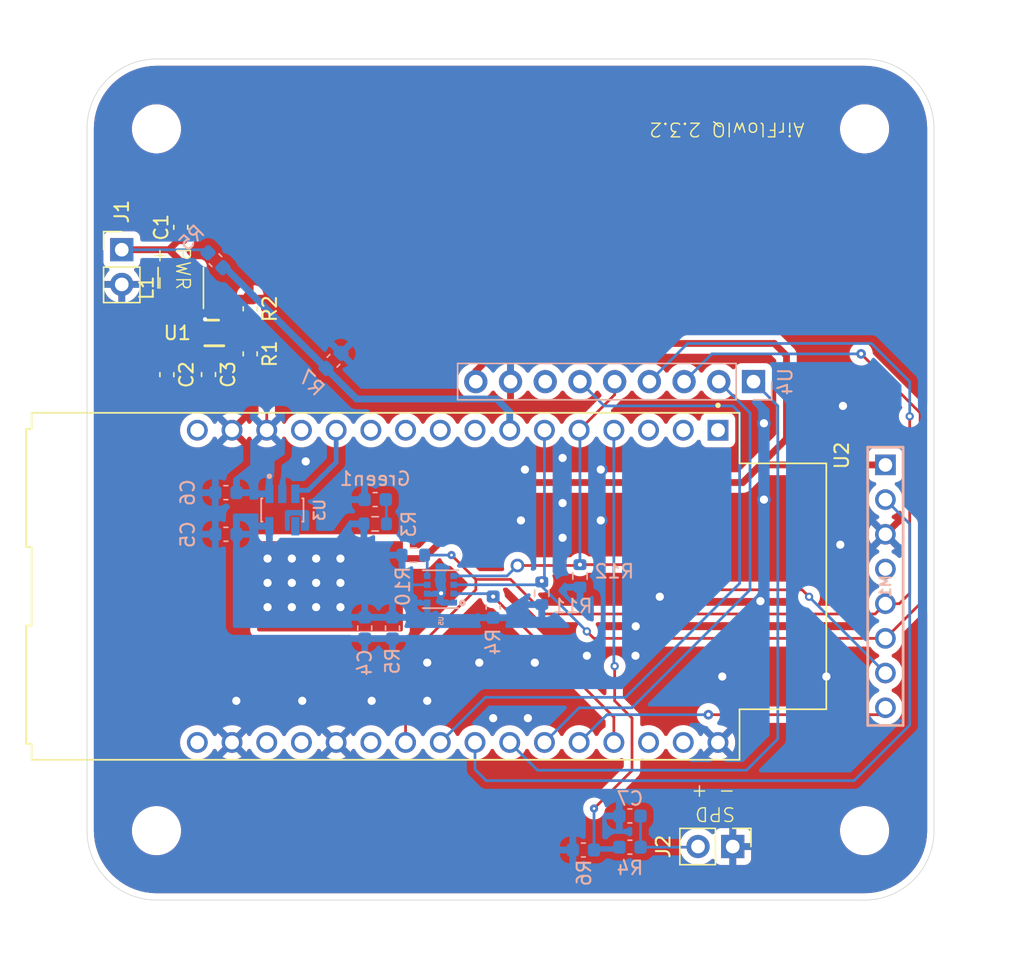
<source format=kicad_pcb>
(kicad_pcb (version 20241229) (generator "pcbnew") (generator_version "9.0")
  (layers (0 "F.Cu" signal) (2 "B.Cu" signal) (13 "F.Paste" user) (15 "B.Paste" user) (5 "F.SilkS" user "F.Silkscreen") (7 "B.SilkS" user "B.Silkscreen") (1 "F.Mask" user) (3 "B.Mask" user) (25 "Edge.Cuts" user))
  (net 0 "")
  (net 2 "GND")
  (net 3 "VCC")
  (net 4 "+3.3V")
  (net 5 "/CS_BME")
  (net 6 "Net-(Green1-A)")
  (net 7 "/RFID_RST")
  (net 8 "/SCK")
  (net 9 "/MISO")
  (net 10 "/MOSI")
  (net 11 "/CS_LoRa")
  (net 12 "/CS_RFID")
  (net 13 "/CS_VREG")
  (net 14 "Net-(J2-Pin_2)")
  (net 16 "/Speed_Pin")
  (net 17 "/RST_LoRa")
  (net 18 "/Batt_Pin")
  (net 21 "/Diag_Pin")
  (net 29 "/IRQ_LoRa")
  (net 32 "/Reset")
  (net 33 "+5V")
  (net 34 "Net-(U1-FB)")
  (net 35 "Net-(U1-SW)")
  (footprint "Filtsureprints:DRL0006A" (layer "F.Cu") (at 101.9336 82.9446 180)
    (property "Reference" "U1" (at 2.518 0 0) (layer "F.SilkS"))
    (property "Value" "TPS61023DRLR" (hide yes))
    (fp_line (start -0.508 0.9398) (end 0.508 0.9398) (stroke (width 0.2032)) (layer "F.SilkS"))
    (fp_line (start -0.889 -0.9398) (end 0.508 -0.9398) (stroke (width 0.2032)) (layer "F.SilkS"))
    (pad "1" smd rect (at -0.74 -0.5 180) (size 0.67 0.3) (layers "F.Cu" "F.Mask" "F.Paste") (net 34 "Net-(U1-FB)"))
    (pad "2" smd rect (at -0.74 -0.000003 180) (size 0.67 0.3) (layers "F.Cu" "F.Mask" "F.Paste") (net 3 "VCC"))
    (pad "3" smd rect (at -0.74 0.5 180) (size 0.67 0.3) (layers "F.Cu" "F.Mask" "F.Paste") (net 3 "VCC"))
    (pad "4" smd rect (at 0.74 0.5 180) (size 0.67 0.3) (layers "F.Cu" "F.Mask" "F.Paste") (net 2 "GND"))
    (pad "5" smd rect (at 0.74 -0.000003 180) (size 0.67 0.3) (layers "F.Cu" "F.Mask" "F.Paste") (net 35 "Net-(U1-SW)"))
    (pad "6" smd rect (at 0.74 -0.5 180) (size 0.67 0.3) (layers "F.Cu" "F.Mask" "F.Paste") (net 33 "+5V"))
  )
  (footprint "Inductor_SMD_Wurth:L_Wurth_WE-LQSH-3012" (layer "F.Cu") (at 99.6696 79.6506 90)
    (property "Reference" "L1" (at 0 -2.5 90) (layer "F.SilkS"))
    (property "Value" "SRP6530A-1R0M")
    (fp_line (start 0 -1.66) (end 1.5 -1.66) (stroke (width 0.12)) (layer "F.SilkS"))
    (fp_line (start -1.5 1.66) (end 1.5 1.66) (stroke (width 0.12)) (layer "F.SilkS"))
    (pad "1" smd rect (at -1.175 0 90) (size 0.85 2.8) (layers "F.Cu" "F.Mask" "F.Paste") (net 35 "Net-(U1-SW)"))
    (pad "2" smd rect (at 1.175 0 90) (size 0.85 2.8) (layers "F.Cu" "F.Mask" "F.Paste") (net 3 "VCC"))
  )
  (footprint "MountingHole:MountingHole_3.2mm_M3" (layer "F.Cu") (at 149.7076 119.3838)
    (property "Reference" "H4" (hide yes))
    (property "Value" "MountingHole")
    (pad "" np_thru_hole circle (at 0 0) (size 3.2 3.2) (drill 3.2) (layers "*.Cu" "*.Mask"))
  )
  (footprint "Capacitor_SMD:C_0603_1608Metric" (layer "F.Cu") (at 104.7496 84.4766 -90)
    (property "Reference" "R1" (at 0 -1.43 90) (layer "F.SilkS"))
    (property "Value" "732k")
    (fp_line (start -0.14058 0.51) (end 0.14058 0.51) (stroke (width 0.12)) (layer "F.SilkS"))
    (fp_line (start -0.14058 -0.51) (end 0.14058 -0.51) (stroke (width 0.12)) (layer "F.SilkS"))
    (pad "1" smd roundrect (at -0.775 0 270) (size 0.9 0.95) (layers "F.Cu" "F.Mask" "F.Paste") (net 34 "Net-(U1-FB)"))
    (pad "2" smd roundrect (at 0.775 0 270) (size 0.9 0.95) (layers "F.Cu" "F.Mask" "F.Paste") (net 33 "+5V"))
  )
  (footprint "Capacitor_SMD:C_0603_1608Metric" (layer "F.Cu") (at 99.6696 75.2116 90)
    (property "Reference" "C1" (at 0 -1.43 90) (layer "F.SilkS"))
    (property "Value" "10uF")
    (fp_line (start -0.14058 -0.51) (end 0.14058 -0.51) (stroke (width 0.12)) (layer "F.SilkS"))
    (fp_line (start -0.14058 0.51) (end 0.14058 0.51) (stroke (width 0.12)) (layer "F.SilkS"))
    (pad "1" smd roundrect (at -0.775 0 90) (size 0.9 0.95) (layers "F.Cu" "F.Mask" "F.Paste") (net 3 "VCC"))
    (pad "2" smd roundrect (at 0.775 0 90) (size 0.9 0.95) (layers "F.Cu" "F.Mask" "F.Paste") (net 2 "GND"))
  )
  (footprint "MountingHole:MountingHole_3.2mm_M3" (layer "F.Cu") (at 149.7076 68)
    (property "Reference" "H1" (hide yes))
    (property "Value" "MountingHole")
    (pad "" np_thru_hole circle (at 0 0) (size 3.2 3.2) (drill 3.2) (layers "*.Cu" "*.Mask"))
  )
  (footprint "Connector_PinHeader_2.54mm:PinHeader_1x02_P2.54mm_Vertical" (layer "F.Cu") (at 95.3516 76.8516)
    (property "Reference" "J1" (at 0 -2.789 90) (layer "F.SilkS"))
    (property "Value" "Conn_01x02_Socket")
    (fp_line (start -1.33 -1.33) (end 0 -1.33) (stroke (width 0.12)) (layer "F.SilkS"))
    (fp_line (start -1.33 0) (end -1.33 -1.33) (stroke (width 0.12)) (layer "F.SilkS"))
    (fp_line (start -1.33 1.27) (end -1.33 3.87) (stroke (width 0.12)) (layer "F.SilkS"))
    (fp_line (start -1.33 1.27) (end 1.33 1.27) (stroke (width 0.12)) (layer "F.SilkS"))
    (fp_line (start -1.33 3.87) (end 1.33 3.87) (stroke (width 0.12)) (layer "F.SilkS"))
    (fp_line (start 1.33 1.27) (end 1.33 3.87) (stroke (width 0.12)) (layer "F.SilkS"))
    (pad "1" thru_hole rect (at 0 0) (size 1.7 1.7) (drill 1) (layers "*.Cu" "*.Mask") (net 3 "VCC"))
    (pad "2" thru_hole oval (at 0 2.54) (size 1.7 1.7) (drill 1) (layers "*.Cu" "*.Mask") (net 2 "GND"))
  )
  (footprint "Capacitor_SMD:C_0603_1608Metric" (layer "F.Cu") (at 101.7016 85.9876 -90)
    (property "Reference" "C3" (at 0 -1.43 90) (layer "F.SilkS"))
    (property "Value" "22uF")
    (fp_line (start -0.14058 0.51) (end 0.14058 0.51) (stroke (width 0.12)) (layer "F.SilkS"))
    (fp_line (start -0.14058 -0.51) (end 0.14058 -0.51) (stroke (width 0.12)) (layer "F.SilkS"))
    (pad "1" smd roundrect (at -0.775 0 270) (size 0.9 0.95) (layers "F.Cu" "F.Mask" "F.Paste") (net 33 "+5V"))
    (pad "2" smd roundrect (at 0.775 0 270) (size 0.9 0.95) (layers "F.Cu" "F.Mask" "F.Paste") (net 2 "GND"))
  )
  (footprint "MountingHole:MountingHole_3.2mm_M3" (layer "F.Cu") (at 97.8916 119.3838)
    (property "Reference" "H3" (hide yes))
    (property "Value" "MountingHole")
    (pad "" np_thru_hole circle (at 0 0) (size 3.2 3.2) (drill 3.2) (layers "*.Cu" "*.Mask"))
  )
  (footprint "Connector_PinHeader_2.54mm:PinHeader_1x02_P2.54mm_Vertical" (layer "F.Cu") (at 140.0606 120.5446 -90)
    (property "Reference" "J2" (at 0 5.085 90) (layer "F.SilkS"))
    (property "Value" "Conn_01x02_Socket")
    (fp_line (start -1.33 3.87) (end 1.33 3.87) (stroke (width 0.12)) (layer "F.SilkS"))
    (fp_line (start -1.33 1.27) (end -1.33 3.87) (stroke (width 0.12)) (layer "F.SilkS"))
    (fp_line (start -1.33 1.27) (end 1.33 1.27) (stroke (width 0.12)) (layer "F.SilkS"))
    (fp_line (start 1.33 1.27) (end 1.33 3.87) (stroke (width 0.12)) (layer "F.SilkS"))
    (fp_line (start -1.33 0) (end -1.33 -1.33) (stroke (width 0.12)) (layer "F.SilkS"))
    (fp_line (start -1.33 -1.33) (end 0 -1.33) (stroke (width 0.12)) (layer "F.SilkS"))
    (pad "1" thru_hole rect (at 0 0 270) (size 1.7 1.7) (drill 1) (layers "*.Cu" "*.Mask") (net 2 "GND"))
    (pad "2" thru_hole oval (at 0 2.54 270) (size 1.7 1.7) (drill 1) (layers "*.Cu" "*.Mask") (net 14 "Net-(J2-Pin_2)"))
  )
  (footprint "Capacitor_SMD:C_0603_1608Metric" (layer "F.Cu") (at 104.7496 81.1746 -90)
    (property "Reference" "R2" (at 0 -1.43 90) (layer "F.SilkS"))
    (property "Value" "100k")
    (fp_line (start -0.14058 0.51) (end 0.14058 0.51) (stroke (width 0.12)) (layer "F.SilkS"))
    (fp_line (start -0.14058 -0.51) (end 0.14058 -0.51) (stroke (width 0.12)) (layer "F.SilkS"))
    (pad "1" smd roundrect (at -0.775 0 270) (size 0.9 0.95) (layers "F.Cu" "F.Mask" "F.Paste") (net 2 "GND"))
    (pad "2" smd roundrect (at 0.775 0 270) (size 0.9 0.95) (layers "F.Cu" "F.Mask" "F.Paste") (net 34 "Net-(U1-FB)"))
  )
  (footprint "MountingHole:MountingHole_3.2mm_M3" (layer "F.Cu") (at 97.8916 68)
    (property "Reference" "H2" (hide yes))
    (property "Value" "MountingHole")
    (pad "" np_thru_hole circle (at 0 0) (size 3.2 3.2) (drill 3.2) (layers "*.Cu" "*.Mask"))
  )
  (footprint "CADs:MODULE_ESP32-C6-DEVKITC-1-N8" (layer "F.Cu") (at 114.6556 101.4946 -90)
    (property "Reference" "U2" (at -9.575 -33.385 90) (layer "F.SilkS"))
    (property "Value" "ESP32-C6-DEVKITC-1-N8")
    (fp_line (start -11.525 26.3) (end -2.875 26.3) (stroke (width 0.127)) (layer "F.SilkS"))
    (fp_line (start -2.875 26.3) (end -2.875 25.9) (stroke (width 0.127)) (layer "F.SilkS"))
    (fp_line (start 2.875 26.3) (end 11.525 26.3) (stroke (width 0.127)) (layer "F.SilkS"))
    (fp_line (start 11.525 26.3) (end 11.525 25.9) (stroke (width 0.127)) (layer "F.SilkS"))
    (fp_line (start -12.7 25.9) (end -12.7 -25.9) (stroke (width 0.127)) (layer "F.SilkS"))
    (fp_line (start -11.525 25.9) (end -11.525 26.3) (stroke (width 0.127)) (layer "F.SilkS"))
    (fp_line (start -11.525 25.9) (end -12.7 25.9) (stroke (width 0.127)) (layer "F.SilkS"))
    (fp_line (start 2.875 25.9) (end 2.875 26.3) (stroke (width 0.127)) (layer "F.SilkS"))
    (fp_line (start 2.875 25.9) (end -2.875 25.9) (stroke (width 0.127)) (layer "F.SilkS"))
    (fp_line (start 12.7 25.9) (end 11.525 25.9) (stroke (width 0.127)) (layer "F.SilkS"))
    (fp_line (start -12.7 -25.9) (end -9 -25.9) (stroke (width 0.127)) (layer "F.SilkS"))
    (fp_line (start -9 -25.9) (end -9 -32.25) (stroke (width 0.127)) (layer "F.SilkS"))
    (fp_line (start 9 -25.9) (end 12.7 -25.9) (stroke (width 0.127)) (layer "F.SilkS"))
    (fp_line (start 12.7 -25.9) (end 12.7 25.9) (stroke (width 0.127)) (layer "F.SilkS"))
    (fp_line (start -9 -32.25) (end 9 -32.25) (stroke (width 0.127)) (layer "F.SilkS"))
    (fp_line (start 9 -32.25) (end 9 -25.9) (stroke (width 0.127)) (layer "F.SilkS"))
    (fp_circle (center -13.25 -24.325) (end -13.15 -24.325) (stroke (width 0.2)) (fill no) (layer "F.SilkS"))
    (pad "J1_1" thru_hole rect (at -11.43 -24.325 270) (size 1.524 1.524) (drill 1.016) (layers "*.Cu" "*.Mask"))
    (pad "J1_2" thru_hole circle (at -11.43 -21.785 270) (size 1.524 1.524) (drill 1.016) (layers "*.Cu" "*.Mask") (net 32 "/Reset"))
    (pad "J1_3" thru_hole circle (at -11.43 -19.245 270) (size 1.524 1.524) (drill 1.016) (layers "*.Cu" "*.Mask") (net 21 "/Diag_Pin"))
    (pad "J1_4" thru_hole circle (at -11.43 -16.705 270) (size 1.524 1.524) (drill 1.016) (layers "*.Cu" "*.Mask") (net 16 "/Speed_Pin"))
    (pad "J1_5" thru_hole circle (at -11.43 -14.165 270) (size 1.524 1.524) (drill 1.016) (layers "*.Cu" "*.Mask") (net 8 "/SCK"))
    (pad "J1_6" thru_hole circle (at -11.43 -11.625 270) (size 1.524 1.524) (drill 1.016) (layers "*.Cu" "*.Mask") (net 10 "/MOSI"))
    (pad "J1_7" thru_hole circle (at -11.43 -9.085 270) (size 1.524 1.524) (drill 1.016) (layers "*.Cu" "*.Mask") (net 18 "/Batt_Pin"))
    (pad "J1_8" thru_hole circle (at -11.43 -6.545 270) (size 1.524 1.524) (drill 1.016) (layers "*.Cu" "*.Mask"))
    (pad "J1_9" thru_hole circle (at -11.43 -4.005 270) (size 1.524 1.524) (drill 1.016) (layers "*.Cu" "*.Mask"))
    (pad "J1_10" thru_hole circle (at -11.43 -1.465 270) (size 1.524 1.524) (drill 1.016) (layers "*.Cu" "*.Mask"))
    (pad "J1_11" thru_hole circle (at -11.43 1.075 270) (size 1.524 1.524) (drill 1.016) (layers "*.Cu" "*.Mask"))
    (pad "J1_12" thru_hole circle (at -11.43 3.615 270) (size 1.524 1.524) (drill 1.016) (layers "*.Cu" "*.Mask") (net 13 "/CS_VREG"))
    (pad "J1_13" thru_hole circle (at -11.43 6.155 270) (size 1.524 1.524) (drill 1.016) (layers "*.Cu" "*.Mask"))
    (pad "J1_14" thru_hole circle (at -11.43 8.695 270) (size 1.524 1.524) (drill 1.016) (layers "*.Cu" "*.Mask") (net 33 "+5V"))
    (pad "J1_15" thru_hole circle (at -11.43 11.235 270) (size 1.524 1.524) (drill 1.016) (layers "*.Cu" "*.Mask") (net 2 "GND"))
    (pad "J1_16" thru_hole circle (at -11.43 13.775 270) (size 1.524 1.524) (drill 1.016) (layers "*.Cu" "*.Mask"))
    (pad "J3_1" thru_hole circle (at 11.43 -24.325 270) (size 1.524 1.524) (drill 1.016) (layers "*.Cu" "*.Mask") (net 2 "GND"))
    (pad "J3_2" thru_hole circle (at 11.43 -21.785 270) (size 1.524 1.524) (drill 1.016) (layers "*.Cu" "*.Mask"))
    (pad "J3_3" thru_hole circle (at 11.43 -19.245 270) (size 1.524 1.524) (drill 1.016) (layers "*.Cu" "*.Mask"))
    (pad "J3_4" thru_hole circle (at 11.43 -16.705 270) (size 1.524 1.524) (drill 1.016) (layers "*.Cu" "*.Mask") (net 5 "/CS_BME"))
    (pad "J3_5" thru_hole circle (at 11.43 -14.165 270) (size 1.524 1.524) (drill 1.016) (layers "*.Cu" "*.Mask") (net 12 "/CS_RFID"))
    (pad "J3_6" thru_hole circle (at 11.43 -11.625 270) (size 1.524 1.524) (drill 1.016) (layers "*.Cu" "*.Mask") (net 11 "/CS_LoRa"))
    (pad "J3_7" thru_hole circle (at 11.43 -9.085 270) (size 1.524 1.524) (drill 1.016) (layers "*.Cu" "*.Mask") (net 17 "/RST_LoRa"))
    (pad "J3_8" thru_hole circle (at 11.43 -6.545 270) (size 1.524 1.524) (drill 1.016) (layers "*.Cu" "*.Mask") (net 7 "/RFID_RST"))
    (pad "J3_9" thru_hole circle (at 11.43 -4.005 270) (size 1.524 1.524) (drill 1.016) (layers "*.Cu" "*.Mask") (net 29 "/IRQ_LoRa"))
    (pad "J3_10" thru_hole circle (at 11.43 -1.465 270) (size 1.524 1.524) (drill 1.016) (layers "*.Cu" "*.Mask") (net 9 "/MISO"))
    (pad "J3_11" thru_hole circle (at 11.43 1.075 270) (size 1.524 1.524) (drill 1.016) (layers "*.Cu" "*.Mask"))
    (pad "J3_12" thru_hole circle (at 11.43 3.615 270) (size 1.524 1.524) (drill 1.016) (layers "*.Cu" "*.Mask") (net 2 "GND"))
    (pad "J3_13" thru_hole circle (at 11.43 6.155 270) (size 1.524 1.524) (drill 1.016) (layers "*.Cu" "*.Mask"))
    (pad "J3_14" thru_hole circle (at 11.43 8.695 270) (size 1.524 1.524) (drill 1.016) (layers "*.Cu" "*.Mask"))
    (pad "J3_15" thru_hole circle (at 11.43 11.235 270) (size 1.524 1.524) (drill 1.016) (layers "*.Cu" "*.Mask") (net 2 "GND"))
    (pad "J3_16" thru_hole circle (at 11.43 13.775 270) (size 1.524 1.524) (drill 1.016) (layers "*.Cu" "*.Mask"))
  )
  (footprint "Capacitor_SMD:C_0603_1608Metric" (layer "F.Cu") (at 98.6536 86.0006 -90)
    (property "Reference" "C2" (at 0 -1.43 90) (layer "F.SilkS"))
    (property "Value" "22uF")
    (fp_line (start -0.14058 0.51) (end 0.14058 0.51) (stroke (width 0.12)) (layer "F.SilkS"))
    (fp_line (start -0.14058 -0.51) (end 0.14058 -0.51) (stroke (width 0.12)) (layer "F.SilkS"))
    (pad "1" smd roundrect (at -0.775 0 270) (size 0.9 0.95) (layers "F.Cu" "F.Mask" "F.Paste") (net 33 "+5V"))
    (pad "2" smd roundrect (at 0.775 0 270) (size 0.9 0.95) (layers "F.Cu" "F.Mask" "F.Paste") (net 2 "GND"))
  )
  (footprint "Capacitor_SMD:C_0603_1608Metric" (layer "B.Cu") (at 102.2096 77.6186 -45)
    (property "Reference" "R5" (at -2.3876 0.0762 45) (layer "B.SilkS") (effects (justify mirror)))
    (property "Value" "10k")
    (fp_line (start -0.140581 0.51) (end 0.140581 0.51) (stroke (width 0.12)) (layer "B.SilkS"))
    (fp_line (start -0.140581 -0.51) (end 0.140581 -0.51) (stroke (width 0.12)) (layer "B.SilkS"))
    (pad "1" smd roundrect (at -0.775 0 315) (size 0.9 0.95) (layers "B.Cu" "B.Mask" "B.Paste") (net 3 "VCC"))
    (pad "2" smd roundrect (at 0.775 0 315) (size 0.9 0.95) (layers "B.Cu" "B.Mask" "B.Paste") (net 18 "/Batt_Pin"))
  )
  (footprint "CADs:PSON65P250X250X100-8N" (layer "B.Cu") (at 118.6736 101.7076)
    (property "Reference" "U5" (at 0.046 2.327 270) (layer "B.SilkS") (effects (font (size 0.321721 0.321721) (thickness 0.08043)) (justify mirror)))
    (property "Value" "BME280" (hide yes))
    (fp_line (start -1.3 -1.385) (end 1.3 -1.385) (stroke (width 0.127)) (layer "B.SilkS"))
    (fp_line (start -1.3 1.385) (end 1.3 1.385) (stroke (width 0.127)) (layer "B.SilkS"))
    (fp_circle (center 1.6 1) (end 1.65 1) (stroke (width 0.2)) (fill no) (layer "B.SilkS"))
    (pad "1" smd roundrect (at 0.97 0.975) (size 0.49 0.45) (layers "B.Cu" "B.Mask" "B.Paste") (roundrect_rratio 0.125) (net 2 "GND"))
    (pad "2" smd roundrect (at 0.97 0.325) (size 0.49 0.45) (layers "B.Cu" "B.Mask" "B.Paste") (roundrect_rratio 0.125) (net 5 "/CS_BME"))
    (pad "3" smd roundrect (at 0.97 -0.325) (size 0.49 0.45) (layers "B.Cu" "B.Mask" "B.Paste") (roundrect_rratio 0.125) (net 10 "/MOSI"))
    (pad "4" smd roundrect (at 0.97 -0.975) (size 0.49 0.45) (layers "B.Cu" "B.Mask" "B.Paste") (roundrect_rratio 0.125) (net 8 "/SCK"))
    (pad "5" smd roundrect (at -0.97 -0.975) (size 0.49 0.45) (layers "B.Cu" "B.Mask" "B.Paste") (roundrect_rratio 0.125) (net 9 "/MISO"))
    (pad "6" smd roundrect (at -0.97 -0.325) (size 0.49 0.45) (layers "B.Cu" "B.Mask" "B.Paste") (roundrect_rratio 0.125) (net 4 "+3.3V"))
    (pad "7" smd roundrect (at -0.97 0.325) (size 0.49 0.45) (layers "B.Cu" "B.Mask" "B.Paste") (roundrect_rratio 0.125) (net 2 "GND"))
    (pad "8" smd roundrect (at -0.97 0.975) (size 0.49 0.45) (layers "B.Cu" "B.Mask" "B.Paste") (roundrect_rratio 0.125) (net 4 "+3.3V"))
  )
  (footprint "Capacitor_SMD:C_0603_1608Metric" (layer "B.Cu") (at 122.5296 103.0186 90)
    (property "Reference" "R4" (at -2.54 0 270) (layer "B.SilkS") (effects (justify mirror)))
    (property "Value" "10k")
    (fp_line (start -0.14058 -0.51) (end 0.14058 -0.51) (stroke (width 0.12)) (layer "B.SilkS"))
    (fp_line (start -0.14058 0.51) (end 0.14058 0.51) (stroke (width 0.12)) (layer "B.SilkS"))
    (pad "1" smd roundrect (at -0.775 0 90) (size 0.9 0.95) (layers "B.Cu" "B.Mask" "B.Paste") (net 4 "+3.3V"))
    (pad "2" smd roundrect (at 0.775 0 90) (size 0.9 0.95) (layers "B.Cu" "B.Mask" "B.Paste") (net 5 "/CS_BME"))
  )
  (footprint "Capacitor_SMD:C_0603_1608Metric" (layer "B.Cu") (at 129.1336 120.7986 180)
    (property "Reference" "R6" (at -0.047 -1.6764 90) (layer "B.SilkS") (effects (justify mirror)))
    (property "Value" "10k")
    (fp_line (start -0.14058 0.51) (end 0.14058 0.51) (stroke (width 0.12)) (layer "B.SilkS"))
    (fp_line (start -0.14058 -0.51) (end 0.14058 -0.51) (stroke (width 0.12)) (layer "B.SilkS"))
    (pad "1" smd roundrect (at -0.775 0 180) (size 0.9 0.95) (layers "B.Cu" "B.Mask" "B.Paste") (net 16 "/Speed_Pin"))
    (pad "2" smd roundrect (at 0.775 0 180) (size 0.9 0.95) (layers "B.Cu" "B.Mask" "B.Paste") (net 2 "GND"))
  )
  (footprint "Resistor_SMD:R_0603_1608Metric" (layer "B.Cu") (at 128.8796 100.7326 90)
    (property "Reference" "R12" (hide yes))
    (property "Value" "10k")
    (fp_line (start -0.237258 -0.5225) (end 0.237258 -0.5225) (stroke (width 0.12)) (layer "B.SilkS"))
    (fp_line (start -0.237258 0.5225) (end 0.237258 0.5225) (stroke (width 0.12)) (layer "B.SilkS"))
    (pad "1" smd roundrect (at -0.825 0 90) (size 0.8 0.95) (layers "B.Cu" "B.Mask" "B.Paste") (net 4 "+3.3V"))
    (pad "2" smd roundrect (at 0.825 0 90) (size 0.8 0.95) (layers "B.Cu" "B.Mask" "B.Paste") (net 8 "/SCK"))
  )
  (footprint "Capacitor_SMD:C_0603_1608Metric" (layer "B.Cu") (at 115.1636 104.5426 -90)
    (property "Reference" "R5" (at 2.42482 0 270) (layer "B.SilkS") (effects (justify mirror)))
    (property "Value" "10k")
    (fp_line (start -0.14058 0.51) (end 0.14058 0.51) (stroke (width 0.12)) (layer "B.SilkS"))
    (fp_line (start -0.14058 -0.51) (end 0.14058 -0.51) (stroke (width 0.12)) (layer "B.SilkS"))
    (pad "1" smd roundrect (at -0.775 0 270) (size 0.9 0.95) (layers "B.Cu" "B.Mask" "B.Paste") (net 4 "+3.3V"))
    (pad "2" smd roundrect (at 0.775 0 270) (size 0.9 0.95) (layers "B.Cu" "B.Mask" "B.Paste") (net 2 "GND"))
  )
  (footprint "Capacitor_SMD:C_0603_1608Metric" (layer "B.Cu") (at 132.5372 118.3056 180)
    (property "Reference" "C7" (at 0 1.27 0) (layer "B.SilkS") (effects (justify mirror)))
    (property "Value" "10uF")
    (fp_line (start -0.14058 0.51) (end 0.14058 0.51) (stroke (width 0.12)) (layer "B.SilkS"))
    (fp_line (start -0.14058 -0.51) (end 0.14058 -0.51) (stroke (width 0.12)) (layer "B.SilkS"))
    (pad "1" smd roundrect (at -0.775 0 180) (size 0.9 0.95) (layers "B.Cu" "B.Mask" "B.Paste") (net 14 "Net-(J2-Pin_2)"))
    (pad "2" smd roundrect (at 0.775 0 180) (size 0.9 0.95) (layers "B.Cu" "B.Mask" "B.Paste") (net 2 "GND"))
  )
  (footprint "Capacitor_SMD:C_0603_1608Metric" (layer "B.Cu") (at 113.1316 104.5426 -90)
    (property "Reference" "C4" (at 2.54 0 90) (layer "B.SilkS") (effects (justify mirror)))
    (property "Value" "100nF")
    (fp_line (start -0.14058 0.51) (end 0.14058 0.51) (stroke (width 0.12)) (layer "B.SilkS"))
    (fp_line (start -0.14058 -0.51) (end 0.14058 -0.51) (stroke (width 0.12)) (layer "B.SilkS"))
    (pad "1" smd roundrect (at -0.775 0 270) (size 0.9 0.95) (layers "B.Cu" "B.Mask" "B.Paste") (net 4 "+3.3V"))
    (pad "2" smd roundrect (at 0.775 0 270) (size 0.9 0.95) (layers "B.Cu" "B.Mask" "B.Paste") (net 2 "GND"))
  )
  (footprint "Capacitor_SMD:C_0603_1608Metric" (layer "B.Cu") (at 113.8936 95.1446)
    (property "Reference" "Green1" (at 0 -1.524 0) (layer "B.SilkS") (effects (justify mirror)))
    (property "Value" "LED")
    (fp_line (start -0.14058 -0.51) (end 0.14058 -0.51) (stroke (width 0.12)) (layer "B.SilkS"))
    (fp_line (start -0.14058 0.51) (end 0.14058 0.51) (stroke (width 0.12)) (layer "B.SilkS"))
    (pad "1" smd roundrect (at -0.775 0) (size 0.9 0.95) (layers "B.Cu" "B.Mask" "B.Paste") (net 2 "GND"))
    (pad "2" smd roundrect (at 0.775 0) (size 0.9 0.95) (layers "B.Cu" "B.Mask" "B.Paste") (net 6 "Net-(Green1-A)"))
  )
  (footprint "Capacitor_SMD:C_0603_1608Metric" (layer "B.Cu") (at 132.5372 120.5916 180)
    (property "Reference" "R4" (at 0 -1.524 0) (layer "B.SilkS") (effects (justify mirror)))
    (property "Value" "10k")
    (fp_line (start -0.14058 0.51) (end 0.14058 0.51) (stroke (width 0.12)) (layer "B.SilkS"))
    (fp_line (start -0.14058 -0.51) (end 0.14058 -0.51) (stroke (width 0.12)) (layer "B.SilkS"))
    (pad "1" smd roundrect (at -0.775 0 180) (size 0.9 0.95) (layers "B.Cu" "B.Mask" "B.Paste") (net 14 "Net-(J2-Pin_2)"))
    (pad "2" smd roundrect (at 0.775 0 180) (size 0.9 0.95) (layers "B.Cu" "B.Mask" "B.Paste") (net 16 "/Speed_Pin"))
  )
  (footprint "Resistor_SMD:R_0603_1608Metric" (layer "B.Cu") (at 113.8936 96.9226)
    (property "Reference" "R3" (at 2.4638 0.0158 90) (layer "B.SilkS") (effects (justify mirror)))
    (property "Value" "10k")
    (fp_line (start -0.237258 -0.5225) (end 0.237258 -0.5225) (stroke (width 0.12)) (layer "B.SilkS"))
    (fp_line (start -0.237258 0.5225) (end 0.237258 0.5225) (stroke (width 0.12)) (layer "B.SilkS"))
    (pad "1" smd roundrect (at -0.825 0) (size 0.8 0.95) (layers "B.Cu" "B.Mask" "B.Paste") (net 4 "+3.3V"))
    (pad "2" smd roundrect (at 0.825 0) (size 0.8 0.95) (layers "B.Cu" "B.Mask" "B.Paste") (net 6 "Net-(Green1-A)"))
  )
  (footprint "Capacitor_SMD:C_0603_1608Metric" (layer "B.Cu") (at 102.9716 97.6846 180)
    (property "Reference" "C5" (at 2.794 -0.0254 270) (layer "B.SilkS") (effects (justify mirror)))
    (property "Value" "10uF")
    (fp_line (start -0.14058 0.51) (end 0.14058 0.51) (stroke (width 0.12)) (layer "B.SilkS"))
    (fp_line (start -0.14058 -0.51) (end 0.14058 -0.51) (stroke (width 0.12)) (layer "B.SilkS"))
    (pad "1" smd roundrect (at -0.775 0 180) (size 0.9 0.95) (layers "B.Cu" "B.Mask" "B.Paste") (net 4 "+3.3V"))
    (pad "2" smd roundrect (at 0.775 0 180) (size 0.9 0.95) (layers "B.Cu" "B.Mask" "B.Paste") (net 2 "GND"))
  )
  (footprint "Resistor_SMD:R_0603_1608Metric" (layer "B.Cu") (at 126.0856 102.0026 90)
    (property "Reference" "R11" (hide yes))
    (property "Value" "10k")
    (fp_line (start -0.237258 -0.5225) (end 0.237258 -0.5225) (stroke (width 0.12)) (layer "B.SilkS"))
    (fp_line (start -0.237258 0.5225) (end 0.237258 0.5225) (stroke (width 0.12)) (layer "B.SilkS"))
    (pad "1" smd roundrect (at -0.825 0 90) (size 0.8 0.95) (layers "B.Cu" "B.Mask" "B.Paste") (net 4 "+3.3V"))
    (pad "2" smd roundrect (at 0.825 0 90) (size 0.8 0.95) (layers "B.Cu" "B.Mask" "B.Paste") (net 10 "/MOSI"))
  )
  (footprint "Connector_PinHeader_2.54mm:PinHeader_1x09_P2.54mm_Vertical" (layer "B.Cu") (at 141.5796 86.5086 90)
    (property "Reference" "U4" (at 0 2.33 90) (layer "B.SilkS") (effects (justify mirror)))
    (property "Value" "RFM95W-868S2")
    (fp_line (start -1.33 -21.65) (end 1.33 -21.65) (stroke (width 0.12)) (layer "B.SilkS"))
    (fp_line (start 1.33 -1.27) (end 1.33 -21.65) (stroke (width 0.12)) (layer "B.SilkS"))
    (fp_line (start -1.33 -1.27) (end -1.33 -21.65) (stroke (width 0.12)) (layer "B.SilkS"))
    (fp_line (start -1.33 -1.27) (end 1.33 -1.27) (stroke (width 0.12)) (layer "B.SilkS"))
    (fp_line (start -1.33 0) (end -1.33 1.33) (stroke (width 0.12)) (layer "B.SilkS"))
    (fp_line (start -1.33 1.33) (end 0 1.33) (stroke (width 0.12)) (layer "B.SilkS"))
    (pad "2" thru_hole oval (at 0 -5.08 90) (size 1.7 1.7) (drill 1) (layers "*.Cu" "*.Mask") (net 10 "/MOSI"))
    (pad "3" thru_hole oval (at 0 -7.62 90) (size 1.7 1.7) (drill 1) (layers "*.Cu" "*.Mask") (net 9 "/MISO"))
    (pad "4" thru_hole oval (at 0 -10.16 90) (size 1.7 1.7) (drill 1) (layers "*.Cu" "*.Mask") (net 8 "/SCK"))
    (pad "5" thru_hole oval (at 0 -2.54 90) (size 1.7 1.7) (drill 1) (layers "*.Cu" "*.Mask") (net 11 "/CS_LoRa"))
    (pad "6" thru_hole rect (at 0 0 90) (size 1.7 1.7) (drill 1) (layers "*.Cu" "*.Mask") (net 17 "/RST_LoRa"))
    (pad "7" thru_hole oval (at 0 -15.24 90) (size 1.7 1.7) (drill 1) (layers "*.Cu" "*.Mask"))
    (pad "8" thru_hole oval (at 0 -17.78 90) (size 1.7 1.7) (drill 1) (layers "*.Cu" "*.Mask") (net 2 "GND"))
    (pad "13" thru_hole oval (at 0 -20.32 90) (size 1.7 1.7) (drill 1) (layers "*.Cu" "*.Mask") (net 4 "+3.3V"))
    (pad "14" thru_hole oval (at 0 -12.7 90) (size 1.7 1.7) (drill 1) (layers "*.Cu" "*.Mask") (net 29 "/IRQ_LoRa"))
  )
  (footprint "FiltSure Prototype Three:RFID-RC522" (layer "B.Cu") (at 151.2316 101.4946 -90)
    (property "Reference" "M1" (at 0 0 90) (layer "B.SilkS") (effects (font (size 0.787402 0.787402)) (justify mirror)))
    (property "Value" "RFID-RC522")
    (property "VALUE" "" (hide yes))
    (fp_line (start -10.1854 1.2954) (end 10.1854 1.2954) (stroke (width 0.2032)) (layer "B.SilkS"))
    (fp_line (start 10.1854 1.2954) (end 10.1854 -1.2954) (stroke (width 0.2032)) (layer "B.SilkS"))
    (fp_line (start -10.1854 -1.2954) (end -10.1854 1.2954) (stroke (width 0.2032)) (layer "B.SilkS"))
    (fp_line (start 10.1854 -1.2954) (end -10.1854 -1.2954) (stroke (width 0.2032)) (layer "B.SilkS"))
    (pad "1" thru_hole circle (at 8.89 0 270) (size 1.508 1.508) (drill 1) (layers "*.Cu" "*.Mask") (net 12 "/CS_RFID"))
    (pad "2" thru_hole circle (at 6.35 0 270) (size 1.508 1.508) (drill 1) (layers "*.Cu" "*.Mask") (net 8 "/SCK"))
    (pad "3" thru_hole circle (at 3.81 0 270) (size 1.508 1.508) (drill 1) (layers "*.Cu" "*.Mask") (net 10 "/MOSI"))
    (pad "4" thru_hole circle (at 1.27 0 270) (size 1.508 1.508) (drill 1) (layers "*.Cu" "*.Mask") (net 9 "/MISO"))
    (pad "5" thru_hole circle (at -1.27 0 270) (size 1.508 1.508) (drill 1) (layers "*.Cu" "*.Mask"))
    (pad "6" thru_hole circle (at -3.81 0 270) (size 1.508 1.508) (drill 1) (layers "*.Cu" "*.Mask") (net 2 "GND"))
    (pad "7" thru_hole circle (at -6.35 0 270) (size 1.508 1.508) (drill 1) (layers "*.Cu" "*.Mask") (net 7 "/RFID_RST"))
    (pad "8" thru_hole rect (at -8.89 0 270) (size 1.508 1.508) (drill 1) (layers "*.Cu" "*.Mask") (net 4 "+3.3V"))
  )
  (footprint "Capacitor_SMD:C_0603_1608Metric" (layer "B.Cu") (at 110.8456 84.9846 45)
    (property "Reference" "R7" (at -2.286 0 135) (layer "B.SilkS") (effects (justify mirror)))
    (property "Value" "10k")
    (fp_line (start -0.140581 -0.51) (end 0.140581 -0.51) (stroke (width 0.12)) (layer "B.SilkS"))
    (fp_line (start -0.140581 0.51) (end 0.140581 0.51) (stroke (width 0.12)) (layer "B.SilkS"))
    (pad "1" smd roundrect (at -0.775 0 45) (size 0.9 0.95) (layers "B.Cu" "B.Mask" "B.Paste") (net 18 "/Batt_Pin"))
    (pad "2" smd roundrect (at 0.775 0 45) (size 0.9 0.95) (layers "B.Cu" "B.Mask" "B.Paste") (net 2 "GND"))
  )
  (footprint "Resistor_SMD:R_0603_1608Metric" (layer "B.Cu") (at 116.6876 99.2086)
    (property "Reference" "R10" (at -0.762 2.286 270) (layer "B.SilkS") (effects (justify mirror)))
    (property "Value" "10k" (hide yes))
    (fp_line (start -0.237258 -0.5225) (end 0.237258 -0.5225) (stroke (width 0.12)) (layer "B.SilkS"))
    (fp_line (start -0.237258 0.5225) (end 0.237258 0.5225) (stroke (width 0.12)) (layer "B.SilkS"))
    (pad "1" smd roundrect (at -0.825 0) (size 0.8 0.95) (layers "B.Cu" "B.Mask" "B.Paste") (net 4 "+3.3V"))
    (pad "2" smd roundrect (at 0.825 0) (size 0.8 0.95) (layers "B.Cu" "B.Mask" "B.Paste") (net 9 "/MISO"))
  )
  (footprint "CADs:SOT95P285X140-5N" (layer "B.Cu") (at 107.1016 95.9066 -90)
    (property "Reference" "U3" (at 0 -2.728 90) (layer "B.SilkS") (effects (font (size 0.80263 0.80263)) (justify mirror)))
    (property "Value" "AP2112K-3.3TRG1" (hide yes))
    (fp_line (start -0.85 1.55) (end -0.85 1.45) (stroke (width 0.127)) (layer "B.SilkS"))
    (fp_line (start 0.85 1.55) (end -0.85 1.55) (stroke (width 0.127)) (layer "B.SilkS"))
    (fp_line (start 0.85 1.55) (end 0.85 1.45) (stroke (width 0.127)) (layer "B.SilkS"))
    (fp_line (start -0.85 -1.55) (end -0.85 -1.45) (stroke (width 0.127)) (layer "B.SilkS"))
    (fp_line (start 0.85 -1.55) (end 0.85 -1.45) (stroke (width 0.127)) (layer "B.SilkS"))
    (fp_line (start 0.85 -1.55) (end -0.85 -1.55) (stroke (width 0.127)) (layer "B.SilkS"))
    (fp_circle (center -2.469 0.95) (end -2.369 0.95) (stroke (width 0.2)) (fill no) (layer "B.SilkS"))
    (pad "1" smd roundrect (at -1.185 0.95 270) (size 1.35 0.6) (layers "B.Cu" "B.Mask" "B.Paste") (roundrect_rratio 0.075) (net 33 "+5V") (clearance 0.1))
    (pad "2" smd roundrect (at -1.185 0 270) (size 1.35 0.6) (layers "B.Cu" "B.Mask" "B.Paste") (roundrect_rratio 0.075) (net 2 "GND"))
    (pad "3" smd roundrect (at -1.185 -0.95 270) (size 1.35 0.6) (layers "B.Cu" "B.Mask" "B.Paste") (roundrect_rratio 0.075) (net 13 "/CS_VREG"))
    (pad "4" smd roundrect (at 1.185 -0.95 270) (size 1.35 0.6) (layers "B.Cu" "B.Mask" "B.Paste") (roundrect_rratio 0.075))
    (pad "5" smd roundrect (at 1.185 0.95 270) (size 1.35 0.6) (layers "B.Cu" "B.Mask" "B.Paste") (roundrect_rratio 0.075) (net 4 "+3.3V") (clearance 0.1))
  )
  (footprint "Capacitor_SMD:C_0603_1608Metric" (layer "B.Cu") (at 102.9716 94.6366 180)
    (property "Reference" "C6" (at 2.794 0 90) (layer "B.SilkS") (effects (justify mirror)))
    (property "Value" "10uF")
    (fp_line (start -0.14058 0.51) (end 0.14058 0.51) (stroke (width 0.12)) (layer "B.SilkS"))
    (fp_line (start -0.14058 -0.51) (end 0.14058 -0.51) (stroke (width 0.12)) (layer "B.SilkS"))
    (pad "1" smd roundrect (at -0.775 0 180) (size 0.9 0.95) (layers "B.Cu" "B.Mask" "B.Paste") (net 33 "+5V"))
    (pad "2" smd roundrect (at 0.775 0 180) (size 0.9 0.95) (layers "B.Cu" "B.Mask" "B.Paste") (net 2 "GND"))
  )
  (gr_arc (start 154.7876 119.3838) (mid 153.299702 122.975902) (end 149.7076 124.4638) (stroke (width 0.05)) (layer "Edge.Cuts"))
  (gr_line (start 92.8116 119.3838) (end 92.8116 67.9666) (stroke (width 0.05)) (layer "Edge.Cuts"))
  (gr_arc (start 149.7076 62.8866) (mid 153.299702 64.374498) (end 154.7876 67.9666) (stroke (width 0.05)) (layer "Edge.Cuts"))
  (gr_line (start 154.7876 67.9666) (end 154.7876 119.3838) (stroke (width 0.05)) (layer "Edge.Cuts"))
  (gr_line (start 97.899407 124.4638) (end 149.7038 124.4638) (stroke (width 0.05)) (layer "Edge.Cuts"))
  (gr_arc (start 97.891606 124.463806) (mid 94.299499 122.975907) (end 92.8116 119.3838) (stroke (width 0.05)) (layer "Edge.Cuts"))
  (gr_arc (start 92.8116 67.9666) (mid 94.299498 64.374498) (end 97.8916 62.8866) (stroke (width 0.05)) (layer "Edge.Cuts"))
  (gr_line (start 149.7076 62.8866) (end 97.8916 62.8866) (stroke (width 0.05)) (layer "Edge.Cuts"))
  (gr_text "SPD\n- +" (at 140.3096 115.9726 180) (layer "F.SilkS") (effects (font (size 1 1) (thickness 0.1)) (justify left bottom)))
  (gr_text "PWR\n+ -" (at 97.6376 76.6026 270) (layer "F.SilkS") (effects (font (size 1 1) (thickness 0.1)) (justify left bottom)))
  (gr_text "AirFlowIQ 2.3.2" (at 145.3896 67.4586 180) (layer "F.SilkS") (effects (font (size 1 1) (thickness 0.1)) (justify left bottom)))
  (gr_text "R11" (at 129.8956 103.5266 0) (layer "B.SilkS") (effects (font (size 1 1)) (justify left bottom mirror)))
  (gr_text "R12" (at 132.9436 100.9866 0) (layer "B.SilkS") (effects (font (size 1 1)) (justify left bottom mirror)))
  (via (at 117.7036 109.8766) (size 1) (drill 0.6) (layers "F.Cu" "B.Cu") (net 2))
  (via (at 113.6396 109.8766) (size 1) (drill 0.6) (layers "F.Cu" "B.Cu") (net 2))
  (via (at 125.5776 107.0826) (size 1) (drill 0.6) (layers "F.Cu" "B.Cu") (net 2))
  (via (at 117.7036 107.0826) (size 1) (drill 0.6) (layers "F.Cu" "B.Cu") (net 2))
  (via (at 108.8136 92.3506) (size 1) (drill 0.6) (layers "F.Cu" "B.Cu") (net 2))
  (via (at 147.9296 98.4466) (size 1) (drill 0.6) (layers "F.Cu" "B.Cu") (net 2))
  (via (at 124.5616 96.6686) (size 1) (drill 0.6) (layers "F.Cu" "B.Cu") (net 2))
  (via (at 148.125914 88.2866) (size 1) (drill 0.6) (layers "F.Cu" "B.Cu") (net 2))
  (via (at 142.3416 95.1446) (size 1) (drill 0.6) (layers "F.Cu" "B.Cu") (net 2))
  (via (at 108.5596 109.8766) (size 1) (drill 0.6) (layers "F.Cu" "B.Cu") (net 2))
  (via (at 127.6096 97.9386) (size 1) (drill 0.6) (layers "F.Cu" "B.Cu") (net 2))
  (via (at 122.5296 111.1466) (size 1) (drill 0.6) (layers "F.Cu" "B.Cu") (net 2))
  (via (at 132.961759 104.420041) (size 1) (drill 0.6) (layers "F.Cu" "B.Cu") (net 2))
  (via (at 103.7336 109.8766) (size 1) (drill 0.6) (layers "F.Cu" "B.Cu") (net 2))
  (via (at 129.3876 106.5746) (size 1) (drill 0.6) (layers "F.Cu" "B.Cu") (net 2))
  (via (at 139.2936 108.0986) (size 1) (drill 0.6) (layers "F.Cu" "B.Cu") (net 2))
  (via (at 127.6096 92.0966) (size 1) (drill 0.6) (layers "F.Cu" "B.Cu") (net 2))
  (via (at 124.852352 92.946759) (size 1) (drill 0.6) (layers "F.Cu" "B.Cu") (net 2))
  (via (at 132.9436 106.5746) (size 1) (drill 0.6) (layers "F.Cu" "B.Cu") (net 2))
  (via (at 121.5136 107.0826) (size 1) (drill 0.6) (layers "F.Cu" "B.Cu") (net 2))
  (via (at 125.0696 111.1466) (size 1) (drill 0.6) (layers "F.Cu" "B.Cu") (net 2))
  (via (at 146.9136 108.0986) (size 1) (drill 0.6) (layers "F.Cu" "B.Cu") (net 2))
  (via (at 142.3416 89.5566) (size 1) (drill 0.6) (layers "F.Cu" "B.Cu") (net 2))
  (via (at 130.4036 96.6686) (size 1) (drill 0.6) (layers "F.Cu" "B.Cu") (net 2))
  (via (at 142.084125 102.578025) (size 1) (drill 0.6) (layers "F.Cu" "B.Cu") (net 2))
  (via (at 134.7216 102.2566) (size 1) (drill 0.6) (layers "F.Cu" "B.Cu") (net 2))
  (via (at 118.7196 102.0026) (size 0.7) (drill 0.3) (layers "F.Cu" "B.Cu") (net 2))
  (via (at 130.4036 92.946759) (size 1) (drill 0.6) (layers "F.Cu" "B.Cu") (net 2))
  (via (at 127.6096 95.3986) (size 1) (drill 0.6) (layers "F.Cu" "B.Cu") (net 2))
  (via (at 101.4476 81.9366) (size 0.7) (drill 0.3) (layers "F.Cu" "B.Cu") (net 2))
  (segment (start 117.7336 102.0026) (end 117.7036 102.0326) (width 0.2) (layer "B.Cu") (net 2))
  (segment (start 118.7196 102.0026) (end 118.7196 102.3466) (width 0.2) (layer "B.Cu") (net 2))
  (segment (start 118.7196 102.3466) (end 119.0556 102.6826) (width 0.2) (layer "B.Cu") (net 2))
  (segment (start 108.0516 92.3506) (end 108.8136 92.3506) (width 0.2) (layer "B.Cu") (net 2))
  (segment (start 107.1016 93.3006) (end 108.0516 92.3506) (width 0.2) (layer "B.Cu") (net 2))
  (segment (start 107.1016 94.7216) (end 107.1016 93.3006) (width 0.2) (layer "B.Cu") (net 2))
  (segment (start 118.7196 102.0026) (end 117.7336 102.0026) (width 0.2) (layer "B.Cu") (net 2))
  (segment (start 119.0556 102.6826) (end 119.6436 102.6826) (width 0.2) (layer "B.Cu") (net 2))
  (segment (start 95.3516 76.8516) (end 98.8046 76.8516) (width 0.5) (layer "F.Cu") (net 3))
  (segment (start 98.8046 76.8516) (end 99.6696 75.9866) (width 0.5) (layer "F.Cu") (net 3))
  (segment (start 102.6736 82.4446) (end 102.6736 82.8436) (width 0.5) (layer "F.Cu") (net 3))
  (segment (start 98.8046 76.8516) (end 99.6696 77.7166) (width 0.5) (layer "F.Cu") (net 3))
  (segment (start 102.6736 80.8766) (end 102.6736 82.4446) (width 0.5) (layer "F.Cu") (net 3))
  (segment (start 99.6696 77.7166) (end 99.6696 78.4756) (width 0.5) (layer "F.Cu") (net 3))
  (segment (start 99.6696 78.4756) (end 100.2726 78.4756) (width 0.5) (layer "F.Cu") (net 3))
  (segment (start 100.2726 78.4756) (end 102.6736 80.8766) (width 0.5) (layer "F.Cu") (net 3))
  (segment (start 101.9426 76.8566) (end 95.3566 76.8566) (width 0.2) (layer "B.Cu") (net 3))
  (segment (start 95.3566 76.8566) (end 95.3516 76.8516) (width 0.2) (layer "B.Cu") (net 3))
  (segment (start 123.2916 83.7146) (end 121.2596 85.7466) (width 0.5) (layer "F.Cu") (net 4))
  (segment (start 140.795441 93.896759) (end 140.9446 93.7476) (width 0.5) (layer "F.Cu") (net 4))
  (segment (start 143.1036 83.7146) (end 143.9926 84.6036) (width 0.5) (layer "F.Cu") (net 4))
  (segment (start 140.9446 93.7476) (end 143.9926 90.6996) (width 0.5) (layer "F.Cu") (net 4))
  (segment (start 123.015441 93.896759) (end 140.795441 93.896759) (width 0.5) (layer "F.Cu") (net 4))
  (segment (start 143.1036 83.7146) (end 123.2916 83.7146) (width 0.5) (layer "F.Cu") (net 4))
  (segment (start 117.4496 99.4626) (end 123.015441 93.896759) (width 0.5) (layer "F.Cu") (net 4))
  (segment (start 111.3536 99.4626) (end 117.4496 99.4626) (width 0.5) (layer "F.Cu") (net 4))
  (segment (start 143.9926 84.6036) (end 143.9926 90.6996) (width 0.5) (layer "F.Cu") (net 4))
  (segment (start 142.0876 92.6046) (end 151.2316 92.6046) (width 0.5) (layer "F.Cu") (net 4))
  (segment (start 121.2596 85.7466) (end 121.2596 86.5086) (width 0.5) (layer "F.Cu") (net 4))
  (segment (start 140.9446 93.7476) (end 142.0876 92.6046) (width 0.5) (layer "F.Cu") (net 4))
  (via (at 111.3536 103.0186) (size 1) (drill 0.6) (layers "F.Cu" "B.Cu") (net 4))
  (via (at 107.7976 103.0186) (size 1) (drill 0.6) (layers "F.Cu" "B.Cu") (net 4))
  (via (at 107.7976 101.2406) (size 1) (drill 0.6) (layers "F.Cu" "B.Cu") (net 4))
  (via (at 109.5756 99.4626) (size 1) (drill 0.6) (layers "F.Cu" "B.Cu") (net 4))
  (via (at 111.3536 99.4626) (size 1) (drill 0.6) (layers "F.Cu" "B.Cu") (net 4))
  (via (at 106.0196 99.4626) (size 1) (drill 0.6) (layers "F.Cu" "B.Cu") (net 4))
  (via (at 107.7976 99.4626) (size 1) (drill 0.6) (layers "F.Cu" "B.Cu") (net 4))
  (via (at 109.5756 103.0186) (size 1) (drill 0.6) (layers "F.Cu" "B.Cu") (net 4))
  (via (at 111.3536 101.2406) (size 1) (drill 0.6) (layers "F.Cu" "B.Cu") (net 4))
  (via (at 106.0196 103.0186) (size 1) (drill 0.6) (layers "F.Cu" "B.Cu") (net 4))
  (via (at 106.0196 101.2406) (size 1) (drill 0.6) (layers "F.Cu" "B.Cu") (net 4))
  (via (at 109.5756 101.2406) (size 1) (drill 0.6) (layers "F.Cu" "B.Cu") (net 4))
  (segment (start 116.3216 101.3826) (end 115.8626 100.9236) (width 0.2) (layer "B.Cu") (net 4))
  (segment (start 113.1316 96.9856) (end 113.0686 96.9226) (width 0.2) (layer "B.Cu") (net 4))
  (segment (start 117.7036 101.3826) (end 116.3216 101.3826) (width 0.2) (layer "B.Cu") (net 4))
  (segment (start 115.8626 100.9236) (end 115.8626 99.2086) (width 0.2) (layer "B.Cu") (net 4))
  (segment (start 131.3606 111.0746) (end 122.5296 102.2436) (width 0.2) (layer "F.Cu") (net 5))
  (segment (start 131.3606 112.9246) (end 131.3606 111.0746) (width 0.2) (layer "F.Cu") (net 5))
  (via micro (at 122.5296 102.2436) (size 0.7) (drill 0.3) (layers "F.Cu" "B.Cu") (net 5))
  (segment (start 122.3186 102.0326) (end 122.5296 102.2436) (width 0.2) (layer "B.Cu") (net 5))
  (segment (start 119.6436 102.0326) (end 122.3186 102.0326) (width 0.2) (layer "B.Cu") (net 5))
  (segment (start 114.7186 95.1946) (end 114.6686 95.1446) (width 0.2) (layer "B.Cu") (net 6))
  (segment (start 114.7186 96.9226) (end 114.7186 95.1946) (width 0.2) (layer "B.Cu") (net 6))
  (segment (start 121.2006 112.9246) (end 121.2006 114.8976) (width 0.2) (layer "B.Cu") (net 7))
  (segment (start 122.0216 115.7186) (end 148.9456 115.7186) (width 0.2) (layer "B.Cu") (net 7))
  (segment (start 153.0096 96.9226) (end 151.2316 95.1446) (width 0.2) (layer "B.Cu") (net 7))
  (segment (start 121.2006 114.8976) (end 122.0216 115.7186) (width 0.2) (layer "B.Cu") (net 7))
  (segment (start 148.9456 115.7186) (end 153.0096 111.6546) (width 0.2) (layer "B.Cu") (net 7))
  (segment (start 153.0096 111.6546) (end 153.0096 96.9226) (width 0.2) (layer "B.Cu") (net 7))
  (segment (start 128.8796 99.9076) (end 133.503971 99.9076) (width 0.2) (layer "F.Cu") (net 8))
  (segment (start 145.1356 101.7486) (end 145.6436 102.2566) (width 0.2) (layer "F.Cu") (net 8))
  (segment (start 135.344971 101.7486) (end 145.1356 101.7486) (width 0.2) (layer "F.Cu") (net 8))
  (segment (start 128.8166 99.9706) (end 128.8796 99.9076) (width 0.2) (layer "F.Cu") (net 8))
  (segment (start 124.3076 99.9706) (end 128.8166 99.9706) (width 0.2) (layer "F.Cu") (net 8))
  (segment (start 128.8206 90.0646) (end 131.4196 87.4656) (width 0.2) (layer "F.Cu") (net 8))
  (segment (start 133.503971 99.9076) (end 135.344971 101.7486) (width 0.2) (layer "F.Cu") (net 8))
  (segment (start 131.4196 87.4656) (end 131.4196 86.5086) (width 0.2) (layer "F.Cu") (net 8))
  (via (at 124.3076 99.9706) (size 1) (drill 0.6) (layers "F.Cu" "B.Cu") (net 8))
  (via (at 145.6436 102.2566) (size 0.6) (drill 0.3) (layers "F.Cu" "B.Cu") (net 8))
  (via (at 128.8796 99.9076) (size 0.7) (drill 0.3) (layers "F.Cu" "B.Cu") (net 8))
  (segment (start 151.2316 107.8446) (end 145.6436 102.2566) (width 0.2) (layer "B.Cu") (net 8))
  (segment (start 128.8796 90.1236) (end 128.8206 90.0646) (width 0.2) (layer "B.Cu") (net 8))
  (segment (start 119.6436 100.7326) (end 123.5456 100.7326) (width 0.2) (layer "B.Cu") (net 8))
  (segment (start 123.5456 100.7326) (end 124.3076 99.9706) (width 0.2) (layer "B.Cu") (net 8))
  (segment (start 128.8796 99.9076) (end 128.8796 90.1236) (width 0.2) (layer "B.Cu") (net 8))
  (segment (start 121.2596 101.7486) (end 116.1206 106.8876) (width 0.2) (layer "F.Cu") (net 9))
  (segment (start 153.0096 102.0026) (end 153.0096 89.0486) (width 0.2) (layer "F.Cu") (net 9))
  (segment (start 152.2476 102.7646) (end 153.0096 102.0026) (width 0.2) (layer "F.Cu") (net 9))
  (segment (start 150.4776 103.5186) (end 151.2316 102.7646) (width 0.2) (layer "F.Cu") (net 9))
  (segment (start 126.3316 103.5186) (end 150.4776 103.5186) (width 0.2) (layer "F.Cu") (net 9))
  (segment (start 123.7996 100.9866) (end 126.3316 103.5186) (width 0.2) (layer "F.Cu") (net 9))
  (segment (start 121.2596 100.9866) (end 123.7996 100.9866) (width 0.2) (layer "F.Cu") (net 9))
  (segment (start 116.1206 106.8876) (end 116.1206 112.9246) (width 0.2) (layer "F.Cu") (net 9))
  (segment (start 121.2596 100.9866) (end 119.4816 99.2086) (width 0.2) (layer "F.Cu") (net 9))
  (segment (start 121.2596 100.9866) (end 121.2596 101.7486) (width 0.2) (layer "F.Cu") (net 9))
  (segment (start 151.2316 102.7646) (end 152.2476 102.7646) (width 0.2) (layer "F.Cu") (net 9))
  (via (at 153.0096 89.0486) (size 0.6) (drill 0.3) (layers "F.Cu" "B.Cu") (net 9))
  (via micro (at 119.4816 99.2086) (size 0.6) (drill 0.2) (layers "F.Cu" "B.Cu") (net 9))
  (segment (start 119.4816 99.2086) (end 117.5126 99.2086) (width 0.2) (layer "B.Cu") (net 9))
  (segment (start 117.7036 100.7326) (end 117.7036 99.3996) (width 0.2) (layer "B.Cu") (net 9))
  (segment (start 117.7036 99.3996) (end 117.5126 99.2086) (width 0.2) (layer "B.Cu") (net 9))
  (segment (start 150.2156 83.7146) (end 136.7536 83.7146) (width 0.2) (layer "B.Cu") (net 9))
  (segment (start 136.7536 83.7146) (end 133.9596 86.5086) (width 0.2) (layer "B.Cu") (net 9))
  (segment (start 153.0096 86.5086) (end 150.2156 83.7146) (width 0.2) (layer "B.Cu") (net 9))
  (segment (start 153.0096 89.0486) (end 153.0096 86.5086) (width 0.2) (layer "B.Cu") (net 9))
  (segment (start 153.7716 102.7646) (end 153.7716 88.7946) (width 0.2) (layer "F.Cu") (net 10))
  (segment (start 151.2316 105.3046) (end 153.7716 102.7646) (width 0.2) (layer "F.Cu") (net 10))
  (segment (start 126.1646 101.1776) (end 126.0856 101.0986) (width 0.2) (layer "F.Cu") (net 10))
  (segment (start 129.8956 105.3046) (end 129.3876 104.7966) (width 0.2) (layer "F.Cu") (net 10))
  (segment (start 153.7716 88.7946) (end 149.4536 84.4766) (width 0.2) (layer "F.Cu") (net 10))
  (segment (start 151.2316 105.3046) (end 129.8956 105.3046) (width 0.2) (layer "F.Cu") (net 10))
  (via (at 129.3876 104.7966) (size 0.6) (drill 0.3) (layers "F.Cu" "B.Cu") (net 10))
  (via (at 149.4536 84.4766) (size 0.7) (drill 0.3) (layers "F.Cu" "B.Cu") (net 10))
  (via (at 126.0856 101.0986) (size 0.7) (drill 0.3) (layers "F.Cu" "B.Cu") (net 10))
  (segment (start 126.2806 90.0646) (end 126.2806 100.9036) (width 0.2) (layer "B.Cu") (net 10))
  (segment (start 129.3876 104.7966) (end 126.0856 101.4946) (width 0.2) (layer "B.Cu") (net 10))
  (segment (start 119.6436 101.3826) (end 125.8806 101.3826) (width 0.2) (layer "B.Cu") (net 10))
  (segment (start 125.8806 101.3826) (end 126.0856 101.1776) (width 0.2) (layer "B.Cu") (net 10))
  (segment (start 126.0856 101.4946) (end 126.0856 101.1776) (width 0.2) (layer "B.Cu") (net 10))
  (segment (start 126.2806 100.9036) (end 126.0856 101.0986) (width 0.2) (layer "B.Cu") (net 10))
  (segment (start 138.5316 84.4766) (end 149.4536 84.4766) (width 0.2) (layer "B.Cu") (net 10))
  (segment (start 126.0856 101.1776) (end 126.0856 101.0986) (width 0.2) (layer "B.Cu") (net 10))
  (segment (start 136.4996 86.5086) (end 138.5316 84.4766) (width 0.2) (layer "B.Cu") (net 10))
  (segment (start 126.2806 112.9246) (end 128.8206 110.3846) (width 0.2) (layer "B.Cu") (net 11))
  (segment (start 132.6896 110.3846) (end 141.3256 101.7486) (width 0.2) (layer "B.Cu") (net 11))
  (segment (start 141.3256 101.7486) (end 141.3256 88.7946) (width 0.2) (layer "B.Cu") (net 11))
  (segment (start 128.8206 110.3846) (end 132.6896 110.3846) (width 0.2) (layer "B.Cu") (net 11))
  (segment (start 141.3256 88.7946) (end 139.0396 86.5086) (width 0.2) (layer "B.Cu") (net 11))
  (segment (start 150.7236 110.8926) (end 150.841984 110.774216) (width 0.2) (layer "F.Cu") (net 12))
  (segment (start 138.2776 110.8926) (end 150.7236 110.8926) (width 0.2) (layer "F.Cu") (net 12))
  (via (at 138.2776 110.8926) (size 0.7) (drill 0.3) (layers "F.Cu" "B.Cu") (net 12))
  (segment (start 130.8526 110.8926) (end 138.2776 110.8926) (width 0.2) (layer "B.Cu") (net 12))
  (segment (start 128.8206 112.9246) (end 130.8526 110.8926) (width 0.2) (layer "B.Cu") (net 12))
  (segment (start 107.9856 94.4676) (end 108.9826 94.4676) (width 0.35) (layer "B.Cu") (net 13))
  (segment (start 108.9826 94.4676) (end 111.0406 92.4096) (width 0.35) (layer "B.Cu") (net 13))
  (segment (start 111.0406 92.4096) (end 111.0406 90.0646) (width 0.35) (layer "B.Cu") (net 13))
  (segment (start 133.3122 118.1656) (end 133.2998 118.1532) (width 0.2) (layer "B.Cu") (net 14))
  (segment (start 137.6172 120.5916) (end 137.8712 120.8456) (width 0.2) (layer "B.Cu") (net 14))
  (segment (start 133.3122 120.5916) (end 137.6172 120.5916) (width 0.2) (layer "B.Cu") (net 14))
  (segment (start 133.3122 120.5916) (end 133.3122 118.1656) (width 0.2) (layer "B.Cu") (net 14))
  (segment (start 131.4196 109.8766) (end 131.4196 107.3366) (width 0.2) (layer "F.Cu") (net 16))
  (segment (start 132.6896 111.1466) (end 131.4196 109.8766) (width 0.2) (layer "F.Cu") (net 16))
  (segment (start 129.9086 117.7636) (end 132.6896 114.9826) (width 0.2) (layer "F.Cu") (net 16))
  (segment (start 132.6896 114.9826) (end 132.6896 111.1466) (width 0.2) (layer "F.Cu") (net 16))
  (via (at 129.9086 117.7636) (size 0.6) (drill 0.2) (layers "F.Cu" "B.Cu") (net 16))
  (via (at 131.4196 107.3366) (size 0.6) (drill 0.3) (layers "F.Cu" "B.Cu") (net 16))
  (segment (start 129.8828 120.7224) (end 129.9082 120.7478) (width 0.4) (layer "B.Cu") (net 16))
  (segment (start 129.9086 120.7986) (end 129.9086 117.7636) (width 0.2) (layer "B.Cu") (net 16))
  (segment (start 131.3606 90.0056) (end 131.3606 90.0646) (width 0.4) (layer "B.Cu") (net 16))
  (segment (start 129.8956 120.5576) (end 129.890615 120.552615) (width 0.4) (layer "B.Cu") (net 16))
  (segment (start 129.8956 117.7506) (end 129.9086 117.7636) (width 0.2) (layer "B.Cu") (net 16))
  (segment (start 131.3606 107.2776) (end 131.4196 107.3366) (width 0.2) (layer "B.Cu") (net 16))
  (segment (start 131.7622 120.5916) (end 131.6314 120.7224) (width 0.4) (layer "B.Cu") (net 16))
  (segment (start 131.6314 120.7224) (end 129.8828 120.7224) (width 0.4) (layer "B.Cu") (net 16))
  (segment (start 129.8826 120.7224) (end 129.8828 120.7224) (width 0.2) (layer "B.Cu") (net 16))
  (segment (start 131.3606 90.0646) (end 131.3606 107.2776) (width 0.2) (layer "B.Cu") (net 16))
  (segment (start 141.0716 114.9566) (end 143.3576 112.6706) (width 0.2) (layer "B.Cu") (net 17))
  (segment (start 143.3576 112.6706) (end 143.3576 88.2866) (width 0.2) (layer "B.Cu") (net 17))
  (segment (start 123.7406 112.9246) (end 125.7726 114.9566) (width 0.2) (layer "B.Cu") (net 17))
  (segment (start 143.3576 88.2866) (end 141.5796 86.5086) (width 0.2) (layer "B.Cu") (net 17))
  (segment (start 125.7726 114.9566) (end 141.0716 114.9566) (width 0.2) (layer "B.Cu") (net 17))
  (segment (start 122.7836 87.7786) (end 123.4186 88.4136) (width 0.5) (layer "B.Cu") (net 18))
  (segment (start 102.931594 78.16661) (end 102.757607 78.16661) (width 0.5) (layer "B.Cu") (net 18))
  (segment (start 110.297592 85.532608) (end 102.931594 78.16661) (width 0.5) (layer "B.Cu") (net 18))
  (segment (start 110.297592 85.532608) (end 112.543584 87.7786) (width 0.5) (layer "B.Cu") (net 18))
  (segment (start 123.7406 90.0646) (end 123.7406 88.7356) (width 0.5) (layer "B.Cu") (net 18))
  (segment (start 123.7406 88.7356) (end 123.4186 88.4136) (width 0.5) (layer "B.Cu") (net 18))
  (segment (start 112.543584 87.7786) (end 122.7836 87.7786) (width 0.5) (layer "B.Cu") (net 18))
  (segment (start 132.221414 109.6226) (end 140.5636 101.280414) (width 0.2) (layer "B.Cu") (net 29))
  (segment (start 140.5636 101.280414) (end 140.5636 88.7946) (width 0.2) (layer "B.Cu") (net 29))
  (segment (start 140.5636 88.7946) (end 140.0556 88.2866) (width 0.2) (layer "B.Cu") (net 29))
  (segment (start 121.9626 109.6226) (end 132.221414 109.6226) (width 0.2) (layer "B.Cu") (net 29))
  (segment (start 118.6606 112.9246) (end 121.9626 109.6226) (width 0.2) (layer "B.Cu") (net 29))
  (segment (start 130.6576 88.2866) (end 128.8796 86.5086) (width 0.2) (layer "B.Cu") (net 29))
  (segment (start 140.0556 88.2866) (end 130.6576 88.2866) (width 0.2) (layer "B.Cu") (net 29))
  (segment (start 105.9606 85.9416) (end 105.9606 90.0646) (width 0.2) (layer "F.Cu") (net 33))
  (segment (start 105.2706 85.2516) (end 105.9606 85.9416) (width 0.2) (layer "F.Cu") (net 33))
  (segment (start 104.7496 85.2516) (end 105.2706 85.2516) (width 0.2) (layer "F.Cu") (net 33))
  (segment (start 104.4926 83.4446) (end 104.7496 83.7016) (width 0.2) (layer "F.Cu") (net 34))
  (segment (start 102.6736 83.4446) (end 104.4926 83.4446) (width 0.2) (layer "F.Cu") (net 34))
  (segment (start 104.7496 81.9496) (end 104.7496 83.7016) (width 0.2) (layer "F.Cu") (net 34))
  (segment (start 99.6696 82.4446) (end 100.1776 82.9526) (width 0.2) (layer "F.Cu") (net 35))
  (segment (start 99.6696 80.8256) (end 99.6696 82.4446) (width 0.2) (layer "F.Cu") (net 35))
  (segment (start 100.185597 82.944603) (end 101.1936 82.944603) (width 0.2) (layer "F.Cu") (net 35))
  (segment (start 100.1776 82.9526) (end 100.185597 82.944603) (width 0.2) (layer "F.Cu") (net 35))
  (zone (net 33) (net_name "+5V") (layer "F.Cu") (priority 1) (connect_pads (clearance 0.5)) (min_thickness 0.25) (fill yes (thermal_gap 0.5) (thermal_bridge_width 0.5))
    (polygon (pts (xy 97.8916 83.2066) (xy 97.8916 85.7466) (xy 105.5116 85.7466) (xy 105.5116 84.2226) (xy 102.4636 84.2226) (xy 101.7016 83.2066) (xy 100.9396 83.2066)))
  )
  (zone (net 4) (net_name "+3.3V") (layer "F.Cu") (priority 4) (connect_pads (clearance 0.5)) (min_thickness 0.25) (fill yes (thermal_gap 0.5) (thermal_bridge_width 0.5))
    (polygon (pts (xy 105.2576 98.1926) (xy 105.2576 104.7966) (xy 115.9256 104.7966) (xy 115.9256 98.1926)))
  )
  (zone (net 2) (net_name "GND") (layers "F.Cu" "B.Cu") (connect_pads (clearance 0.5)) (min_thickness 0.3) (fill yes (thermal_gap 0.5) (thermal_bridge_width 0.5))
    (polygon (pts (xy 90.44305 58.5686) (xy 149.361874 58.5686) (xy 161.3916 67.782858) (xy 161.3916 129.1806) (xy 91.0336 129.4346)))
  )
  (zone (net 0) (net_name "") (layer "B.Cu") (priority 2) (connect_pads (clearance 0.5)) (min_thickness 0.3) (fill yes (thermal_gap 0.5) (thermal_bridge_width 0.5) (island_removal_mode 1) (island_area_min 10))
    (polygon (pts (xy 109.0676 95.9066) (xy 107.2896 95.9066) (xy 107.2896 97.9386) (xy 109.0676 97.9386)))
  )
  (zone (net 4) (net_name "+3.3V") (layer "B.Cu") (priority 3) (connect_pads (clearance 0.5)) (min_thickness 0.25) (fill yes (thermal_gap 0.5) (thermal_bridge_width 0.5))
    (polygon (pts (xy 103.4796 96.1606) (xy 107.0356 96.1606) (xy 107.0356 97.9386) (xy 111.0996 97.9386) (xy 112.3696 96.1606) (xy 113.8936 96.1606) (xy 113.8936 98.1926) (xy 116.6876 98.1926) (xy 116.6876 102.0026) (xy 118.7196 103.5266) (xy 121.2596 103.5266) (xy 122.0216 103.0186) (xy 123.5456 103.0186) (xy 125.0696 102.0026) (xy 127.1016 102.0026) (xy 128.1176 100.7326) (xy 129.8956 100.7326) (xy 129.8956 104.5426) (xy 103.4796 104.5426)))
  )
  (zone (net 33) (net_name "+5V") (layer "B.Cu") (priority 4) (connect_pads (clearance 0.5)) (min_thickness 0.25) (fill yes (thermal_gap 0.5) (thermal_bridge_width 0.5))
    (polygon (pts (xy 104.7496 88.7946) (xy 104.7496 92.6046) (xy 103.4796 93.6206) (xy 103.4796 95.1446) (xy 106.5276 95.1446) (xy 106.5276 93.6206) (xy 106.5276 92.3506) (xy 107.2896 91.8426) (xy 107.2896 88.7946)))
  )
)
</source>
